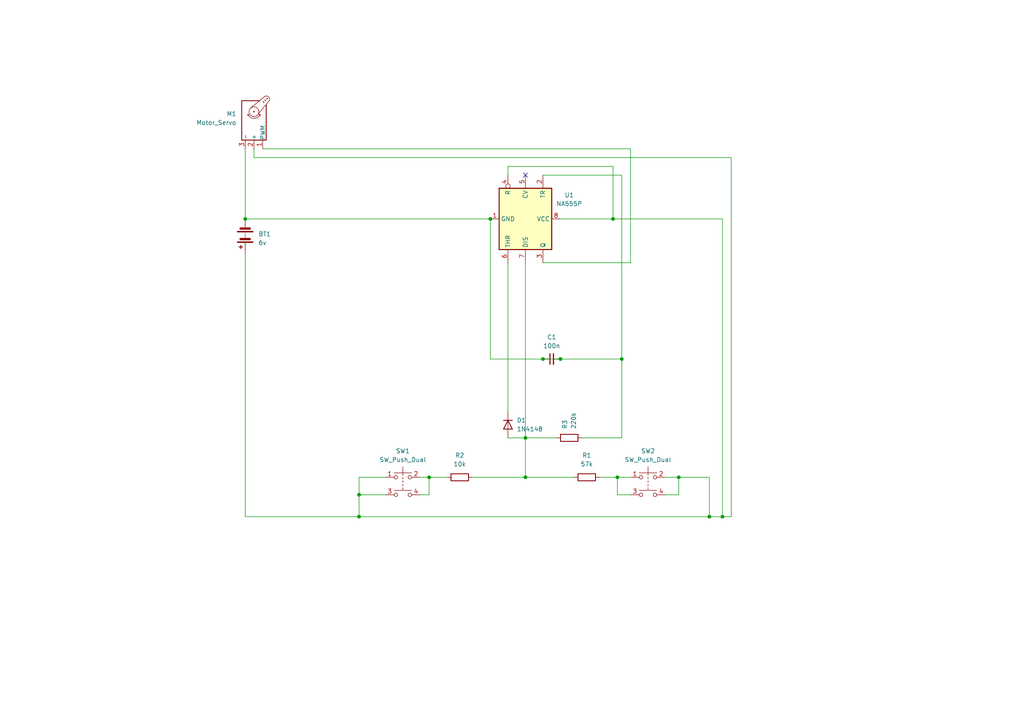
<source format=kicad_sch>
(kicad_sch (version 20230121) (generator eeschema)

  (uuid e6e57170-75cb-4a64-896d-26d450b52646)

  (paper "A4")

  (title_block
    (title "l293d driver module")
    (date "2023-08-20")
    (rev "0")
    (company "N/A")
    (comment 1 "N/A")
  )

  (lib_symbols
    (symbol "Device:Battery" (pin_numbers hide) (pin_names (offset 0) hide) (in_bom yes) (on_board yes)
      (property "Reference" "BT" (at 2.54 2.54 0)
        (effects (font (size 1.27 1.27)) (justify left))
      )
      (property "Value" "Battery" (at 2.54 0 0)
        (effects (font (size 1.27 1.27)) (justify left))
      )
      (property "Footprint" "" (at 0 1.524 90)
        (effects (font (size 1.27 1.27)) hide)
      )
      (property "Datasheet" "~" (at 0 1.524 90)
        (effects (font (size 1.27 1.27)) hide)
      )
      (property "ki_keywords" "batt voltage-source cell" (at 0 0 0)
        (effects (font (size 1.27 1.27)) hide)
      )
      (property "ki_description" "Multiple-cell battery" (at 0 0 0)
        (effects (font (size 1.27 1.27)) hide)
      )
      (symbol "Battery_0_1"
        (rectangle (start -2.286 -1.27) (end 2.286 -1.524)
          (stroke (width 0) (type default))
          (fill (type outline))
        )
        (rectangle (start -2.286 1.778) (end 2.286 1.524)
          (stroke (width 0) (type default))
          (fill (type outline))
        )
        (rectangle (start -1.524 -2.032) (end 1.524 -2.54)
          (stroke (width 0) (type default))
          (fill (type outline))
        )
        (rectangle (start -1.524 1.016) (end 1.524 0.508)
          (stroke (width 0) (type default))
          (fill (type outline))
        )
        (polyline
          (pts
            (xy 0 -1.016)
            (xy 0 -0.762)
          )
          (stroke (width 0) (type default))
          (fill (type none))
        )
        (polyline
          (pts
            (xy 0 -0.508)
            (xy 0 -0.254)
          )
          (stroke (width 0) (type default))
          (fill (type none))
        )
        (polyline
          (pts
            (xy 0 0)
            (xy 0 0.254)
          )
          (stroke (width 0) (type default))
          (fill (type none))
        )
        (polyline
          (pts
            (xy 0 1.778)
            (xy 0 2.54)
          )
          (stroke (width 0) (type default))
          (fill (type none))
        )
        (polyline
          (pts
            (xy 0.762 3.048)
            (xy 1.778 3.048)
          )
          (stroke (width 0.254) (type default))
          (fill (type none))
        )
        (polyline
          (pts
            (xy 1.27 3.556)
            (xy 1.27 2.54)
          )
          (stroke (width 0.254) (type default))
          (fill (type none))
        )
      )
      (symbol "Battery_1_1"
        (pin passive line (at 0 5.08 270) (length 2.54)
          (name "+" (effects (font (size 1.27 1.27))))
          (number "1" (effects (font (size 1.27 1.27))))
        )
        (pin passive line (at 0 -5.08 90) (length 2.54)
          (name "-" (effects (font (size 1.27 1.27))))
          (number "2" (effects (font (size 1.27 1.27))))
        )
      )
    )
    (symbol "Device:C_Small" (pin_numbers hide) (pin_names (offset 0.254) hide) (in_bom yes) (on_board yes)
      (property "Reference" "C" (at 0.254 1.778 0)
        (effects (font (size 1.27 1.27)) (justify left))
      )
      (property "Value" "C_Small" (at 0.254 -2.032 0)
        (effects (font (size 1.27 1.27)) (justify left))
      )
      (property "Footprint" "" (at 0 0 0)
        (effects (font (size 1.27 1.27)) hide)
      )
      (property "Datasheet" "~" (at 0 0 0)
        (effects (font (size 1.27 1.27)) hide)
      )
      (property "ki_keywords" "capacitor cap" (at 0 0 0)
        (effects (font (size 1.27 1.27)) hide)
      )
      (property "ki_description" "Unpolarized capacitor, small symbol" (at 0 0 0)
        (effects (font (size 1.27 1.27)) hide)
      )
      (property "ki_fp_filters" "C_*" (at 0 0 0)
        (effects (font (size 1.27 1.27)) hide)
      )
      (symbol "C_Small_0_1"
        (polyline
          (pts
            (xy -1.524 -0.508)
            (xy 1.524 -0.508)
          )
          (stroke (width 0.3302) (type default))
          (fill (type none))
        )
        (polyline
          (pts
            (xy -1.524 0.508)
            (xy 1.524 0.508)
          )
          (stroke (width 0.3048) (type default))
          (fill (type none))
        )
      )
      (symbol "C_Small_1_1"
        (pin passive line (at 0 2.54 270) (length 2.032)
          (name "~" (effects (font (size 1.27 1.27))))
          (number "1" (effects (font (size 1.27 1.27))))
        )
        (pin passive line (at 0 -2.54 90) (length 2.032)
          (name "~" (effects (font (size 1.27 1.27))))
          (number "2" (effects (font (size 1.27 1.27))))
        )
      )
    )
    (symbol "Device:R" (pin_numbers hide) (pin_names (offset 0)) (in_bom yes) (on_board yes)
      (property "Reference" "R" (at 2.032 0 90)
        (effects (font (size 1.27 1.27)))
      )
      (property "Value" "R" (at 0 0 90)
        (effects (font (size 1.27 1.27)))
      )
      (property "Footprint" "" (at -1.778 0 90)
        (effects (font (size 1.27 1.27)) hide)
      )
      (property "Datasheet" "~" (at 0 0 0)
        (effects (font (size 1.27 1.27)) hide)
      )
      (property "ki_keywords" "R res resistor" (at 0 0 0)
        (effects (font (size 1.27 1.27)) hide)
      )
      (property "ki_description" "Resistor" (at 0 0 0)
        (effects (font (size 1.27 1.27)) hide)
      )
      (property "ki_fp_filters" "R_*" (at 0 0 0)
        (effects (font (size 1.27 1.27)) hide)
      )
      (symbol "R_0_1"
        (rectangle (start -1.016 -2.54) (end 1.016 2.54)
          (stroke (width 0.254) (type default))
          (fill (type none))
        )
      )
      (symbol "R_1_1"
        (pin passive line (at 0 3.81 270) (length 1.27)
          (name "~" (effects (font (size 1.27 1.27))))
          (number "1" (effects (font (size 1.27 1.27))))
        )
        (pin passive line (at 0 -3.81 90) (length 1.27)
          (name "~" (effects (font (size 1.27 1.27))))
          (number "2" (effects (font (size 1.27 1.27))))
        )
      )
    )
    (symbol "Diode:1N4148" (pin_numbers hide) (pin_names hide) (in_bom yes) (on_board yes)
      (property "Reference" "D" (at 0 2.54 0)
        (effects (font (size 1.27 1.27)))
      )
      (property "Value" "1N4148" (at 0 -2.54 0)
        (effects (font (size 1.27 1.27)))
      )
      (property "Footprint" "Diode_THT:D_DO-35_SOD27_P7.62mm_Horizontal" (at 0 0 0)
        (effects (font (size 1.27 1.27)) hide)
      )
      (property "Datasheet" "https://assets.nexperia.com/documents/data-sheet/1N4148_1N4448.pdf" (at 0 0 0)
        (effects (font (size 1.27 1.27)) hide)
      )
      (property "Sim.Device" "D" (at 0 0 0)
        (effects (font (size 1.27 1.27)) hide)
      )
      (property "Sim.Pins" "1=K 2=A" (at 0 0 0)
        (effects (font (size 1.27 1.27)) hide)
      )
      (property "ki_keywords" "diode" (at 0 0 0)
        (effects (font (size 1.27 1.27)) hide)
      )
      (property "ki_description" "100V 0.15A standard switching diode, DO-35" (at 0 0 0)
        (effects (font (size 1.27 1.27)) hide)
      )
      (property "ki_fp_filters" "D*DO?35*" (at 0 0 0)
        (effects (font (size 1.27 1.27)) hide)
      )
      (symbol "1N4148_0_1"
        (polyline
          (pts
            (xy -1.27 1.27)
            (xy -1.27 -1.27)
          )
          (stroke (width 0.254) (type default))
          (fill (type none))
        )
        (polyline
          (pts
            (xy 1.27 0)
            (xy -1.27 0)
          )
          (stroke (width 0) (type default))
          (fill (type none))
        )
        (polyline
          (pts
            (xy 1.27 1.27)
            (xy 1.27 -1.27)
            (xy -1.27 0)
            (xy 1.27 1.27)
          )
          (stroke (width 0.254) (type default))
          (fill (type none))
        )
      )
      (symbol "1N4148_1_1"
        (pin passive line (at -3.81 0 0) (length 2.54)
          (name "K" (effects (font (size 1.27 1.27))))
          (number "1" (effects (font (size 1.27 1.27))))
        )
        (pin passive line (at 3.81 0 180) (length 2.54)
          (name "A" (effects (font (size 1.27 1.27))))
          (number "2" (effects (font (size 1.27 1.27))))
        )
      )
    )
    (symbol "Motor:Motor_Servo" (pin_names (offset 0.0254)) (in_bom yes) (on_board yes)
      (property "Reference" "M" (at -5.08 4.445 0)
        (effects (font (size 1.27 1.27)) (justify left))
      )
      (property "Value" "Motor_Servo" (at -5.08 -4.064 0)
        (effects (font (size 1.27 1.27)) (justify left top))
      )
      (property "Footprint" "" (at 0 -4.826 0)
        (effects (font (size 1.27 1.27)) hide)
      )
      (property "Datasheet" "http://forums.parallax.com/uploads/attachments/46831/74481.png" (at 0 -4.826 0)
        (effects (font (size 1.27 1.27)) hide)
      )
      (property "ki_keywords" "Servo Motor" (at 0 0 0)
        (effects (font (size 1.27 1.27)) hide)
      )
      (property "ki_description" "Servo Motor (Futaba, HiTec, JR connector)" (at 0 0 0)
        (effects (font (size 1.27 1.27)) hide)
      )
      (property "ki_fp_filters" "PinHeader*P2.54mm*" (at 0 0 0)
        (effects (font (size 1.27 1.27)) hide)
      )
      (symbol "Motor_Servo_0_1"
        (polyline
          (pts
            (xy 2.413 -1.778)
            (xy 2.032 -1.778)
          )
          (stroke (width 0) (type default))
          (fill (type none))
        )
        (polyline
          (pts
            (xy 2.413 -1.778)
            (xy 2.286 -1.397)
          )
          (stroke (width 0) (type default))
          (fill (type none))
        )
        (polyline
          (pts
            (xy 2.413 1.778)
            (xy 1.905 1.778)
          )
          (stroke (width 0) (type default))
          (fill (type none))
        )
        (polyline
          (pts
            (xy 2.413 1.778)
            (xy 2.286 1.397)
          )
          (stroke (width 0) (type default))
          (fill (type none))
        )
        (polyline
          (pts
            (xy 6.35 4.445)
            (xy 2.54 1.27)
          )
          (stroke (width 0) (type default))
          (fill (type none))
        )
        (polyline
          (pts
            (xy 7.62 3.175)
            (xy 4.191 -1.016)
          )
          (stroke (width 0) (type default))
          (fill (type none))
        )
        (polyline
          (pts
            (xy 5.08 3.556)
            (xy -5.08 3.556)
            (xy -5.08 -3.556)
            (xy 6.35 -3.556)
            (xy 6.35 1.524)
          )
          (stroke (width 0.254) (type default))
          (fill (type none))
        )
        (arc (start 2.413 1.778) (mid 1.2406 0) (end 2.413 -1.778)
          (stroke (width 0) (type default))
          (fill (type none))
        )
        (circle (center 3.175 0) (radius 0.1778)
          (stroke (width 0) (type default))
          (fill (type none))
        )
        (circle (center 3.175 0) (radius 1.4224)
          (stroke (width 0) (type default))
          (fill (type none))
        )
        (circle (center 5.969 2.794) (radius 0.127)
          (stroke (width 0) (type default))
          (fill (type none))
        )
        (circle (center 6.477 3.302) (radius 0.127)
          (stroke (width 0) (type default))
          (fill (type none))
        )
        (circle (center 6.985 3.81) (radius 0.127)
          (stroke (width 0) (type default))
          (fill (type none))
        )
        (arc (start 7.62 3.175) (mid 7.4485 4.2735) (end 6.35 4.445)
          (stroke (width 0) (type default))
          (fill (type none))
        )
      )
      (symbol "Motor_Servo_1_1"
        (pin passive line (at -7.62 2.54 0) (length 2.54)
          (name "PWM" (effects (font (size 1.27 1.27))))
          (number "1" (effects (font (size 1.27 1.27))))
        )
        (pin passive line (at -7.62 0 0) (length 2.54)
          (name "+" (effects (font (size 1.27 1.27))))
          (number "2" (effects (font (size 1.27 1.27))))
        )
        (pin passive line (at -7.62 -2.54 0) (length 2.54)
          (name "-" (effects (font (size 1.27 1.27))))
          (number "3" (effects (font (size 1.27 1.27))))
        )
      )
    )
    (symbol "Switch:SW_Push_Dual" (pin_names (offset 1.016) hide) (in_bom yes) (on_board yes)
      (property "Reference" "SW" (at 1.27 2.54 0)
        (effects (font (size 1.27 1.27)) (justify left))
      )
      (property "Value" "SW_Push_Dual" (at 0 -6.858 0)
        (effects (font (size 1.27 1.27)))
      )
      (property "Footprint" "" (at 0 5.08 0)
        (effects (font (size 1.27 1.27)) hide)
      )
      (property "Datasheet" "~" (at 0 5.08 0)
        (effects (font (size 1.27 1.27)) hide)
      )
      (property "ki_keywords" "switch normally-open pushbutton push-button" (at 0 0 0)
        (effects (font (size 1.27 1.27)) hide)
      )
      (property "ki_description" "Push button switch, generic, symbol, four pins" (at 0 0 0)
        (effects (font (size 1.27 1.27)) hide)
      )
      (symbol "SW_Push_Dual_0_1"
        (circle (center -2.032 -5.08) (radius 0.508)
          (stroke (width 0) (type default))
          (fill (type none))
        )
        (circle (center -2.032 0) (radius 0.508)
          (stroke (width 0) (type default))
          (fill (type none))
        )
        (polyline
          (pts
            (xy 0 -3.048)
            (xy 0 -3.556)
          )
          (stroke (width 0) (type default))
          (fill (type none))
        )
        (polyline
          (pts
            (xy 0 -2.032)
            (xy 0 -2.54)
          )
          (stroke (width 0) (type default))
          (fill (type none))
        )
        (polyline
          (pts
            (xy 0 -1.524)
            (xy 0 -1.016)
          )
          (stroke (width 0) (type default))
          (fill (type none))
        )
        (polyline
          (pts
            (xy 0 -0.508)
            (xy 0 0)
          )
          (stroke (width 0) (type default))
          (fill (type none))
        )
        (polyline
          (pts
            (xy 0 0.508)
            (xy 0 1.016)
          )
          (stroke (width 0) (type default))
          (fill (type none))
        )
        (polyline
          (pts
            (xy 0 1.27)
            (xy 0 3.048)
          )
          (stroke (width 0) (type default))
          (fill (type none))
        )
        (polyline
          (pts
            (xy 2.54 -3.81)
            (xy -2.54 -3.81)
          )
          (stroke (width 0) (type default))
          (fill (type none))
        )
        (polyline
          (pts
            (xy 2.54 1.27)
            (xy -2.54 1.27)
          )
          (stroke (width 0) (type default))
          (fill (type none))
        )
        (circle (center 2.032 -5.08) (radius 0.508)
          (stroke (width 0) (type default))
          (fill (type none))
        )
        (circle (center 2.032 0) (radius 0.508)
          (stroke (width 0) (type default))
          (fill (type none))
        )
        (pin passive line (at -5.08 0 0) (length 2.54)
          (name "1" (effects (font (size 1.27 1.27))))
          (number "1" (effects (font (size 1.27 1.27))))
        )
        (pin passive line (at 5.08 0 180) (length 2.54)
          (name "2" (effects (font (size 1.27 1.27))))
          (number "2" (effects (font (size 1.27 1.27))))
        )
        (pin passive line (at -5.08 -5.08 0) (length 2.54)
          (name "3" (effects (font (size 1.27 1.27))))
          (number "3" (effects (font (size 1.27 1.27))))
        )
        (pin passive line (at 5.08 -5.08 180) (length 2.54)
          (name "4" (effects (font (size 1.27 1.27))))
          (number "4" (effects (font (size 1.27 1.27))))
        )
      )
    )
    (symbol "Timer:NA555P" (in_bom yes) (on_board yes)
      (property "Reference" "U" (at -10.16 8.89 0)
        (effects (font (size 1.27 1.27)) (justify left))
      )
      (property "Value" "NA555P" (at 2.54 8.89 0)
        (effects (font (size 1.27 1.27)) (justify left))
      )
      (property "Footprint" "Package_DIP:DIP-8_W7.62mm" (at 16.51 -10.16 0)
        (effects (font (size 1.27 1.27)) hide)
      )
      (property "Datasheet" "http://www.ti.com/lit/ds/symlink/ne555.pdf" (at 21.59 -10.16 0)
        (effects (font (size 1.27 1.27)) hide)
      )
      (property "ki_keywords" "single timer 555" (at 0 0 0)
        (effects (font (size 1.27 1.27)) hide)
      )
      (property "ki_description" "Precision Timers, 555 compatible, PDIP-8" (at 0 0 0)
        (effects (font (size 1.27 1.27)) hide)
      )
      (property "ki_fp_filters" "DIP*W7.62mm*" (at 0 0 0)
        (effects (font (size 1.27 1.27)) hide)
      )
      (symbol "NA555P_0_0"
        (pin power_in line (at 0 -10.16 90) (length 2.54)
          (name "GND" (effects (font (size 1.27 1.27))))
          (number "1" (effects (font (size 1.27 1.27))))
        )
        (pin power_in line (at 0 10.16 270) (length 2.54)
          (name "VCC" (effects (font (size 1.27 1.27))))
          (number "8" (effects (font (size 1.27 1.27))))
        )
      )
      (symbol "NA555P_0_1"
        (rectangle (start -8.89 -7.62) (end 8.89 7.62)
          (stroke (width 0.254) (type default))
          (fill (type background))
        )
        (rectangle (start -8.89 -7.62) (end 8.89 7.62)
          (stroke (width 0.254) (type default))
          (fill (type background))
        )
      )
      (symbol "NA555P_1_1"
        (pin input line (at -12.7 5.08 0) (length 3.81)
          (name "TR" (effects (font (size 1.27 1.27))))
          (number "2" (effects (font (size 1.27 1.27))))
        )
        (pin output line (at 12.7 5.08 180) (length 3.81)
          (name "Q" (effects (font (size 1.27 1.27))))
          (number "3" (effects (font (size 1.27 1.27))))
        )
        (pin input inverted (at -12.7 -5.08 0) (length 3.81)
          (name "R" (effects (font (size 1.27 1.27))))
          (number "4" (effects (font (size 1.27 1.27))))
        )
        (pin input line (at -12.7 0 0) (length 3.81)
          (name "CV" (effects (font (size 1.27 1.27))))
          (number "5" (effects (font (size 1.27 1.27))))
        )
        (pin input line (at 12.7 -5.08 180) (length 3.81)
          (name "THR" (effects (font (size 1.27 1.27))))
          (number "6" (effects (font (size 1.27 1.27))))
        )
        (pin input line (at 12.7 0 180) (length 3.81)
          (name "DIS" (effects (font (size 1.27 1.27))))
          (number "7" (effects (font (size 1.27 1.27))))
        )
      )
    )
  )

  (junction (at 124.46 138.43) (diameter 0) (color 0 0 0 0)
    (uuid 0c66430d-95a0-4af5-8730-ea3e1af15558)
  )
  (junction (at 209.55 149.86) (diameter 0) (color 0 0 0 0)
    (uuid 0e752384-00d0-4861-b416-a1b124be622b)
  )
  (junction (at 179.07 138.43) (diameter 0) (color 0 0 0 0)
    (uuid 113618f8-bd10-4b56-84c1-de22b1f922c1)
  )
  (junction (at 104.14 149.86) (diameter 0) (color 0 0 0 0)
    (uuid 20c4f09e-fbc9-49a2-93a3-6a0923c7f9ec)
  )
  (junction (at 162.56 104.14) (diameter 0) (color 0 0 0 0)
    (uuid 2544f705-8d7b-472e-afb7-300fdeae5add)
  )
  (junction (at 152.4 138.43) (diameter 0) (color 0 0 0 0)
    (uuid 27e88c0d-2202-4eeb-b6bc-3f53ced7ff68)
  )
  (junction (at 205.74 149.86) (diameter 0) (color 0 0 0 0)
    (uuid 49f0533c-e015-4f45-95c3-5b134103dc2f)
  )
  (junction (at 104.14 143.51) (diameter 0) (color 0 0 0 0)
    (uuid 51f07701-0d5d-423c-a551-cd1229edb1c6)
  )
  (junction (at 157.48 104.14) (diameter 0) (color 0 0 0 0)
    (uuid 633718a6-bddd-424c-bea0-a17abd210d54)
  )
  (junction (at 196.85 138.43) (diameter 0) (color 0 0 0 0)
    (uuid 6eb481dd-b4de-4cb8-9850-924681c6a21f)
  )
  (junction (at 177.8 63.5) (diameter 0) (color 0 0 0 0)
    (uuid 88c4e2c0-ad64-4a2b-818f-ae17517cbb3e)
  )
  (junction (at 71.12 63.5) (diameter 0) (color 0 0 0 0)
    (uuid c486c880-85ab-439d-a56d-ecf48019c899)
  )
  (junction (at 152.4 127) (diameter 0) (color 0 0 0 0)
    (uuid c990f52d-6426-47cc-8deb-12f79da53b3d)
  )
  (junction (at 180.34 104.14) (diameter 0) (color 0 0 0 0)
    (uuid e14e93ef-1f41-4291-a9ed-eefb7d413273)
  )
  (junction (at 142.24 63.5) (diameter 0) (color 0 0 0 0)
    (uuid ee42f964-25e0-4d7b-9103-3423a5ab16da)
  )

  (no_connect (at 152.4 50.8) (uuid 7859fcf0-cf73-4160-b162-327752a24a5a))

  (wire (pts (xy 142.24 104.14) (xy 157.48 104.14))
    (stroke (width 0) (type default))
    (uuid 004ea927-cdcd-47a8-b6a7-95afc3510eff)
  )
  (wire (pts (xy 142.24 63.5) (xy 142.24 104.14))
    (stroke (width 0) (type default))
    (uuid 022226e9-9ab4-4358-b158-77cbc0767caf)
  )
  (wire (pts (xy 121.92 143.51) (xy 124.46 143.51))
    (stroke (width 0) (type default))
    (uuid 02834536-7f7d-4dd4-97b6-52ff38b62675)
  )
  (wire (pts (xy 147.32 50.8) (xy 147.32 48.26))
    (stroke (width 0) (type default))
    (uuid 09d548c6-1306-4361-ada1-e68d4ff95636)
  )
  (wire (pts (xy 121.92 138.43) (xy 124.46 138.43))
    (stroke (width 0) (type default))
    (uuid 0de12114-ce19-4774-b9b1-ccd8a8c8dea2)
  )
  (wire (pts (xy 161.29 127) (xy 152.4 127))
    (stroke (width 0) (type default))
    (uuid 11974b54-bf3e-4fd5-956b-ef5338ff7c48)
  )
  (wire (pts (xy 177.8 48.26) (xy 177.8 63.5))
    (stroke (width 0) (type default))
    (uuid 1880b39d-0c9c-4fd6-8e8a-6e360c1e5ff3)
  )
  (wire (pts (xy 193.04 138.43) (xy 196.85 138.43))
    (stroke (width 0) (type default))
    (uuid 1960d85a-1777-4d92-bd1a-c71cdec4420a)
  )
  (wire (pts (xy 196.85 143.51) (xy 196.85 138.43))
    (stroke (width 0) (type default))
    (uuid 1cbb69ed-f3b3-4427-a694-6adcd2d4c525)
  )
  (wire (pts (xy 73.66 45.72) (xy 73.66 43.18))
    (stroke (width 0) (type default))
    (uuid 1d605dd2-0257-4fc9-b722-2ea79b9cf7f0)
  )
  (wire (pts (xy 193.04 143.51) (xy 196.85 143.51))
    (stroke (width 0) (type default))
    (uuid 1d735f44-8bfd-4754-b3cf-4a92db99c976)
  )
  (wire (pts (xy 124.46 138.43) (xy 129.54 138.43))
    (stroke (width 0) (type default))
    (uuid 1d88acb2-f539-4346-9662-ec634aeefc35)
  )
  (wire (pts (xy 162.56 104.14) (xy 180.34 104.14))
    (stroke (width 0) (type default))
    (uuid 25b95741-5208-434d-a0ea-cccfdf898395)
  )
  (wire (pts (xy 137.16 138.43) (xy 152.4 138.43))
    (stroke (width 0) (type default))
    (uuid 2c14b5a0-6a81-481c-8f78-ac4807a67e59)
  )
  (wire (pts (xy 147.32 127) (xy 152.4 127))
    (stroke (width 0) (type default))
    (uuid 35ff7a74-6855-4fb4-9c93-e72c9bb265db)
  )
  (wire (pts (xy 168.91 127) (xy 180.34 127))
    (stroke (width 0) (type default))
    (uuid 37cb7c1b-b661-422a-81cc-590ce1d77311)
  )
  (wire (pts (xy 147.32 48.26) (xy 177.8 48.26))
    (stroke (width 0) (type default))
    (uuid 38dd0e82-32c6-4762-ae9d-d1ebace21d56)
  )
  (wire (pts (xy 104.14 149.86) (xy 205.74 149.86))
    (stroke (width 0) (type default))
    (uuid 3b2130ae-ef69-4222-a5da-52cf7491c102)
  )
  (wire (pts (xy 182.88 76.2) (xy 157.48 76.2))
    (stroke (width 0) (type default))
    (uuid 3ce69202-b110-4800-88c4-232e3326681e)
  )
  (wire (pts (xy 179.07 138.43) (xy 182.88 138.43))
    (stroke (width 0) (type default))
    (uuid 47979a37-a749-47fb-9897-08fac72a968d)
  )
  (wire (pts (xy 152.4 138.43) (xy 166.37 138.43))
    (stroke (width 0) (type default))
    (uuid 4c4b524d-24ff-4121-a3e2-2b0100ba25b7)
  )
  (wire (pts (xy 76.2 43.18) (xy 182.88 43.18))
    (stroke (width 0) (type default))
    (uuid 5bdc55ee-d369-42e1-83ce-091faa9e0e2a)
  )
  (wire (pts (xy 173.99 138.43) (xy 179.07 138.43))
    (stroke (width 0) (type default))
    (uuid 5f31fdaa-9ef9-48fb-9f7e-04bd65206e99)
  )
  (wire (pts (xy 71.12 149.86) (xy 104.14 149.86))
    (stroke (width 0) (type default))
    (uuid 64a52f11-aca4-4d18-9ad3-2f09c944dbab)
  )
  (wire (pts (xy 152.4 138.43) (xy 152.4 127))
    (stroke (width 0) (type default))
    (uuid 67437bbf-b069-4d35-8d05-30b17aa7b761)
  )
  (wire (pts (xy 212.09 45.72) (xy 212.09 149.86))
    (stroke (width 0) (type default))
    (uuid 69ea310d-0350-412b-9597-2f061b643146)
  )
  (wire (pts (xy 196.85 138.43) (xy 205.74 138.43))
    (stroke (width 0) (type default))
    (uuid 7a39fccd-8d12-45f2-a69e-da6b96baaaaa)
  )
  (wire (pts (xy 73.66 45.72) (xy 212.09 45.72))
    (stroke (width 0) (type default))
    (uuid 7be1b300-c819-4a15-a369-f61ec4ee0e04)
  )
  (wire (pts (xy 104.14 143.51) (xy 104.14 138.43))
    (stroke (width 0) (type default))
    (uuid 7c2f5e68-2283-4d75-9927-9c3f49104f76)
  )
  (wire (pts (xy 180.34 104.14) (xy 180.34 127))
    (stroke (width 0) (type default))
    (uuid 89031110-98b4-44ab-b0b3-57b48e7d3fcc)
  )
  (wire (pts (xy 71.12 63.5) (xy 142.24 63.5))
    (stroke (width 0) (type default))
    (uuid 89fb9e37-9dc0-4ebc-b7cd-5b0e86166094)
  )
  (wire (pts (xy 124.46 143.51) (xy 124.46 138.43))
    (stroke (width 0) (type default))
    (uuid 8d52dc0e-6048-4ef4-bc31-edb035778d23)
  )
  (wire (pts (xy 205.74 149.86) (xy 209.55 149.86))
    (stroke (width 0) (type default))
    (uuid 9166b72a-ee66-4af3-a968-802cc385977b)
  )
  (wire (pts (xy 162.56 104.14) (xy 157.48 104.14))
    (stroke (width 0) (type default))
    (uuid 92a8eba0-fbab-40d4-b835-610a20778a6d)
  )
  (wire (pts (xy 205.74 138.43) (xy 205.74 149.86))
    (stroke (width 0) (type default))
    (uuid 962b2b98-33bb-44d8-a6ef-345f51e67cb4)
  )
  (wire (pts (xy 104.14 143.51) (xy 104.14 149.86))
    (stroke (width 0) (type default))
    (uuid 9b4c4577-9741-4cdc-876a-b54a13497199)
  )
  (wire (pts (xy 152.4 127) (xy 152.4 76.2))
    (stroke (width 0) (type default))
    (uuid a7f446eb-05a3-4eb6-87cc-eee3f0247740)
  )
  (wire (pts (xy 180.34 50.8) (xy 180.34 104.14))
    (stroke (width 0) (type default))
    (uuid ab110389-df34-46c4-b090-b42652b4aff4)
  )
  (wire (pts (xy 179.07 143.51) (xy 182.88 143.51))
    (stroke (width 0) (type default))
    (uuid bc8fa49a-1e23-455f-8b3d-ce7a78c58c9f)
  )
  (wire (pts (xy 209.55 63.5) (xy 209.55 149.86))
    (stroke (width 0) (type default))
    (uuid bcb0d553-bcac-46b2-83ff-e0e6102668f1)
  )
  (wire (pts (xy 212.09 149.86) (xy 209.55 149.86))
    (stroke (width 0) (type default))
    (uuid c40ddaee-afd8-4f6e-81ea-22d096b64492)
  )
  (wire (pts (xy 104.14 138.43) (xy 111.76 138.43))
    (stroke (width 0) (type default))
    (uuid c6632828-d8d8-43d3-8149-3a50c5503fc6)
  )
  (wire (pts (xy 177.8 63.5) (xy 162.56 63.5))
    (stroke (width 0) (type default))
    (uuid ca88b007-70c2-43f3-aed7-3471dcd03988)
  )
  (wire (pts (xy 147.32 76.2) (xy 147.32 119.38))
    (stroke (width 0) (type default))
    (uuid cc0647ab-7b4c-4f7f-88f6-a464f90e209e)
  )
  (wire (pts (xy 71.12 73.66) (xy 71.12 149.86))
    (stroke (width 0) (type default))
    (uuid cfca381f-6f35-4fc8-bf88-1bc9f3949435)
  )
  (wire (pts (xy 182.88 43.18) (xy 182.88 76.2))
    (stroke (width 0) (type default))
    (uuid d4a809bd-9e6b-401d-8fc8-39d7313b84ec)
  )
  (wire (pts (xy 71.12 43.18) (xy 71.12 63.5))
    (stroke (width 0) (type default))
    (uuid df33c8e2-eeea-478e-8374-ef6d4414bec8)
  )
  (wire (pts (xy 180.34 50.8) (xy 157.48 50.8))
    (stroke (width 0) (type default))
    (uuid e02811ba-65f4-4335-a6a8-f90f5cabc2f2)
  )
  (wire (pts (xy 179.07 138.43) (xy 179.07 143.51))
    (stroke (width 0) (type default))
    (uuid e81d23a5-c836-40e1-be9d-584dd8c5f529)
  )
  (wire (pts (xy 104.14 143.51) (xy 111.76 143.51))
    (stroke (width 0) (type default))
    (uuid ecb7b7c3-8dd9-4c9c-8561-0b5f5c45e5ef)
  )
  (wire (pts (xy 177.8 63.5) (xy 209.55 63.5))
    (stroke (width 0) (type default))
    (uuid f5dbeb19-e82b-4e3d-8b6e-830c9f5f678b)
  )

  (symbol (lib_id "Switch:SW_Push_Dual") (at 187.96 138.43 0) (unit 1)
    (in_bom yes) (on_board yes) (dnp no) (fields_autoplaced)
    (uuid 0c720119-23a9-4c63-be47-f8c8eee65080)
    (property "Reference" "SW2" (at 187.96 130.81 0)
      (effects (font (size 1.27 1.27)))
    )
    (property "Value" "SW_Push_Dual" (at 187.96 133.35 0)
      (effects (font (size 1.27 1.27)))
    )
    (property "Footprint" "Button_Switch_THT:SW_Push_2P1T_Toggle_CK_PVA1xxH2xxxxxxV2" (at 187.96 133.35 0)
      (effects (font (size 1.27 1.27)) hide)
    )
    (property "Datasheet" "~" (at 187.96 133.35 0)
      (effects (font (size 1.27 1.27)) hide)
    )
    (pin "1" (uuid f3d90b0a-1294-42ae-862d-c7081e86b1ae))
    (pin "2" (uuid 0dae8362-fca1-4ee7-81d0-e12e2d0d311b))
    (pin "3" (uuid 651c0515-8315-4782-bcc9-936d83b4a275))
    (pin "4" (uuid b20e3f57-9877-4b85-b01a-4a42abbb6cc0))
    (instances
      (project "l293d-driver-module"
        (path "/e6e57170-75cb-4a64-896d-26d450b52646"
          (reference "SW2") (unit 1)
        )
      )
    )
  )

  (symbol (lib_id "Device:Battery") (at 71.12 68.58 180) (unit 1)
    (in_bom yes) (on_board yes) (dnp no) (fields_autoplaced)
    (uuid 1e01e845-383b-4e1b-98d8-f6cdc17f4a40)
    (property "Reference" "BT1" (at 74.93 67.8815 0)
      (effects (font (size 1.27 1.27)) (justify right))
    )
    (property "Value" "6v" (at 74.93 70.4215 0)
      (effects (font (size 1.27 1.27)) (justify right))
    )
    (property "Footprint" "Connector_PinHeader_2.54mm:PinHeader_2x01_P2.54mm_Vertical" (at 71.12 70.104 90)
      (effects (font (size 1.27 1.27)) hide)
    )
    (property "Datasheet" "~" (at 71.12 70.104 90)
      (effects (font (size 1.27 1.27)) hide)
    )
    (pin "1" (uuid 8835650f-bcfd-41be-8b05-1afa6bc85c66))
    (pin "2" (uuid b264f7b5-88fe-4c06-967d-2f74750f06b4))
    (instances
      (project "l293d-driver-module"
        (path "/e6e57170-75cb-4a64-896d-26d450b52646"
          (reference "BT1") (unit 1)
        )
      )
    )
  )

  (symbol (lib_id "Motor:Motor_Servo") (at 73.66 35.56 270) (mirror x) (unit 1)
    (in_bom yes) (on_board yes) (dnp no)
    (uuid 1fc4f0d0-4aad-4c67-af75-3e1e53c237ed)
    (property "Reference" "M1" (at 68.58 33.0311 90)
      (effects (font (size 1.27 1.27)) (justify right))
    )
    (property "Value" "Motor_Servo" (at 68.58 35.5711 90)
      (effects (font (size 1.27 1.27)) (justify right))
    )
    (property "Footprint" "Connector_PinHeader_2.54mm:PinHeader_1x03_P2.54mm_Vertical" (at 68.834 35.56 0)
      (effects (font (size 1.27 1.27)) hide)
    )
    (property "Datasheet" "http://forums.parallax.com/uploads/attachments/46831/74481.png" (at 68.834 35.56 0)
      (effects (font (size 1.27 1.27)) hide)
    )
    (pin "1" (uuid 5abafa88-e0cd-428b-b313-df3dabef23be))
    (pin "2" (uuid f1fa2677-f766-4733-9db9-358eb820bb01))
    (pin "3" (uuid 085b93d4-cc60-43c0-8df4-61902239a788))
    (instances
      (project "l293d-driver-module"
        (path "/e6e57170-75cb-4a64-896d-26d450b52646"
          (reference "M1") (unit 1)
        )
      )
    )
  )

  (symbol (lib_id "Switch:SW_Push_Dual") (at 116.84 138.43 0) (unit 1)
    (in_bom yes) (on_board yes) (dnp no) (fields_autoplaced)
    (uuid 29ccf385-2357-4b18-b1b2-b202f84542f4)
    (property "Reference" "SW1" (at 116.84 130.81 0)
      (effects (font (size 1.27 1.27)))
    )
    (property "Value" "SW_Push_Dual" (at 116.84 133.35 0)
      (effects (font (size 1.27 1.27)))
    )
    (property "Footprint" "Button_Switch_THT:SW_Push_2P1T_Toggle_CK_PVA1xxH2xxxxxxV2" (at 116.84 133.35 0)
      (effects (font (size 1.27 1.27)) hide)
    )
    (property "Datasheet" "~" (at 116.84 133.35 0)
      (effects (font (size 1.27 1.27)) hide)
    )
    (pin "1" (uuid 36e403f2-dcbd-4aaf-9771-564633203184))
    (pin "2" (uuid 48f2748a-1dc8-4c14-a8a7-6b438308e26c))
    (pin "3" (uuid 29b69618-4581-4290-9619-4f35d5995e12))
    (pin "4" (uuid 72c84e9a-f93e-4b0d-a557-001edacc7945))
    (instances
      (project "l293d-driver-module"
        (path "/e6e57170-75cb-4a64-896d-26d450b52646"
          (reference "SW1") (unit 1)
        )
      )
    )
  )

  (symbol (lib_id "Device:C_Small") (at 160.02 104.14 90) (unit 1)
    (in_bom yes) (on_board yes) (dnp no) (fields_autoplaced)
    (uuid 497eb656-b8fa-43eb-ba3e-7a92a1a11496)
    (property "Reference" "C1" (at 160.0263 97.79 90)
      (effects (font (size 1.27 1.27)))
    )
    (property "Value" "100n" (at 160.0263 100.33 90)
      (effects (font (size 1.27 1.27)))
    )
    (property "Footprint" "Capacitor_THT:C_Disc_D3.4mm_W2.1mm_P2.50mm" (at 160.02 104.14 0)
      (effects (font (size 1.27 1.27)) hide)
    )
    (property "Datasheet" "~" (at 160.02 104.14 0)
      (effects (font (size 1.27 1.27)) hide)
    )
    (pin "1" (uuid c9ace493-1aee-45e2-9aaf-90e4985cb83e))
    (pin "2" (uuid c8a16dab-5201-474b-84bd-b05bde84fbd1))
    (instances
      (project "l293d-driver-module"
        (path "/e6e57170-75cb-4a64-896d-26d450b52646"
          (reference "C1") (unit 1)
        )
      )
    )
  )

  (symbol (lib_id "Device:R") (at 133.35 138.43 90) (unit 1)
    (in_bom yes) (on_board yes) (dnp no) (fields_autoplaced)
    (uuid 52c85fd8-f01d-4291-9caf-0b548061ba49)
    (property "Reference" "R2" (at 133.35 132.08 90)
      (effects (font (size 1.27 1.27)))
    )
    (property "Value" "10k" (at 133.35 134.62 90)
      (effects (font (size 1.27 1.27)))
    )
    (property "Footprint" "Resistor_THT:R_Axial_DIN0207_L6.3mm_D2.5mm_P15.24mm_Horizontal" (at 133.35 140.208 90)
      (effects (font (size 1.27 1.27)) hide)
    )
    (property "Datasheet" "~" (at 133.35 138.43 0)
      (effects (font (size 1.27 1.27)) hide)
    )
    (pin "1" (uuid 85ae0115-ce94-41b3-9801-ae9ed65c8fa1))
    (pin "2" (uuid 524ee3f3-b3e3-4ed3-8295-92e3af34da20))
    (instances
      (project "l293d-driver-module"
        (path "/e6e57170-75cb-4a64-896d-26d450b52646"
          (reference "R2") (unit 1)
        )
      )
    )
  )

  (symbol (lib_id "Diode:1N4148") (at 147.32 123.19 270) (unit 1)
    (in_bom yes) (on_board yes) (dnp no) (fields_autoplaced)
    (uuid 6d5b7261-a621-41f5-86d4-0476b3559108)
    (property "Reference" "D1" (at 149.86 121.92 90)
      (effects (font (size 1.27 1.27)) (justify left))
    )
    (property "Value" "1N4148" (at 149.86 124.46 90)
      (effects (font (size 1.27 1.27)) (justify left))
    )
    (property "Footprint" "Diode_THT:D_DO-35_SOD27_P7.62mm_Horizontal" (at 147.32 123.19 0)
      (effects (font (size 1.27 1.27)) hide)
    )
    (property "Datasheet" "https://assets.nexperia.com/documents/data-sheet/1N4148_1N4448.pdf" (at 147.32 123.19 0)
      (effects (font (size 1.27 1.27)) hide)
    )
    (property "Sim.Device" "D" (at 147.32 123.19 0)
      (effects (font (size 1.27 1.27)) hide)
    )
    (property "Sim.Pins" "1=K 2=A" (at 147.32 123.19 0)
      (effects (font (size 1.27 1.27)) hide)
    )
    (pin "1" (uuid e8fb7f9e-fb0c-42b8-992a-2d2b37c3956e))
    (pin "2" (uuid 8fc2db36-afa6-4b57-8082-49fc7acdae49))
    (instances
      (project "l293d-driver-module"
        (path "/e6e57170-75cb-4a64-896d-26d450b52646"
          (reference "D1") (unit 1)
        )
      )
    )
  )

  (symbol (lib_id "Device:R") (at 170.18 138.43 90) (unit 1)
    (in_bom yes) (on_board yes) (dnp no) (fields_autoplaced)
    (uuid 8e9e7de6-277d-4185-9257-5a49e1eab2cd)
    (property "Reference" "R1" (at 170.18 132.08 90)
      (effects (font (size 1.27 1.27)))
    )
    (property "Value" "57k" (at 170.18 134.62 90)
      (effects (font (size 1.27 1.27)))
    )
    (property "Footprint" "Resistor_THT:R_Axial_DIN0207_L6.3mm_D2.5mm_P15.24mm_Horizontal" (at 170.18 140.208 90)
      (effects (font (size 1.27 1.27)) hide)
    )
    (property "Datasheet" "~" (at 170.18 138.43 0)
      (effects (font (size 1.27 1.27)) hide)
    )
    (pin "1" (uuid 1aaa1c11-963b-4925-a85a-8a4a87c74096))
    (pin "2" (uuid 9630fcfc-63e8-479a-8d61-2c85a026e094))
    (instances
      (project "l293d-driver-module"
        (path "/e6e57170-75cb-4a64-896d-26d450b52646"
          (reference "R1") (unit 1)
        )
      )
    )
  )

  (symbol (lib_id "Timer:NA555P") (at 152.4 63.5 270) (unit 1)
    (in_bom yes) (on_board yes) (dnp no) (fields_autoplaced)
    (uuid bc5cbca0-09a9-4f71-b8c8-87a2f81a10b9)
    (property "Reference" "U1" (at 165.1 56.5719 90)
      (effects (font (size 1.27 1.27)))
    )
    (property "Value" "NA555P" (at 165.1 59.1119 90)
      (effects (font (size 1.27 1.27)))
    )
    (property "Footprint" "Package_DIP:DIP-8_W7.62mm" (at 142.24 80.01 0)
      (effects (font (size 1.27 1.27)) hide)
    )
    (property "Datasheet" "http://www.ti.com/lit/ds/symlink/ne555.pdf" (at 142.24 85.09 0)
      (effects (font (size 1.27 1.27)) hide)
    )
    (pin "1" (uuid 4d18416a-e99d-46ab-8be5-5dd59ece7ed5))
    (pin "8" (uuid 538b56ad-1ef5-4c04-b204-c5aa5f2c4ca0))
    (pin "2" (uuid 031c9e82-9cae-4c7e-aba6-9df86e8f779a))
    (pin "3" (uuid 7cc7d3ed-7e64-4702-90dc-09d6b24c65d9))
    (pin "4" (uuid 927ce1b6-75c8-43af-bae1-d623ee8f3427))
    (pin "5" (uuid eaa6fc74-de2c-49c1-948d-a6aebe5d209f))
    (pin "6" (uuid 2f0b0920-d467-4d4c-b8f4-5e35b8fc293f))
    (pin "7" (uuid 8a19213a-e33a-4917-83b1-b6dcdd723d96))
    (instances
      (project "l293d-driver-module"
        (path "/e6e57170-75cb-4a64-896d-26d450b52646"
          (reference "U1") (unit 1)
        )
      )
    )
  )

  (symbol (lib_id "Device:R") (at 165.1 127 90) (unit 1)
    (in_bom yes) (on_board yes) (dnp no)
    (uuid f83f78af-1f10-4b7e-96ab-932b04fcdfab)
    (property "Reference" "R3" (at 163.83 124.46 0)
      (effects (font (size 1.27 1.27)) (justify left))
    )
    (property "Value" "220k" (at 166.37 124.46 0)
      (effects (font (size 1.27 1.27)) (justify left))
    )
    (property "Footprint" "Resistor_THT:R_Axial_DIN0207_L6.3mm_D2.5mm_P15.24mm_Horizontal" (at 165.1 128.778 90)
      (effects (font (size 1.27 1.27)) hide)
    )
    (property "Datasheet" "~" (at 165.1 127 0)
      (effects (font (size 1.27 1.27)) hide)
    )
    (pin "1" (uuid cad16aa3-c31b-4f64-bc8d-00f055ae0ca6))
    (pin "2" (uuid e2a6af40-ac02-4af4-ab50-bf2ce90a280a))
    (instances
      (project "l293d-driver-module"
        (path "/e6e57170-75cb-4a64-896d-26d450b52646"
          (reference "R3") (unit 1)
        )
      )
    )
  )

  (sheet_instances
    (path "/" (page "1"))
  )
)

</source>
